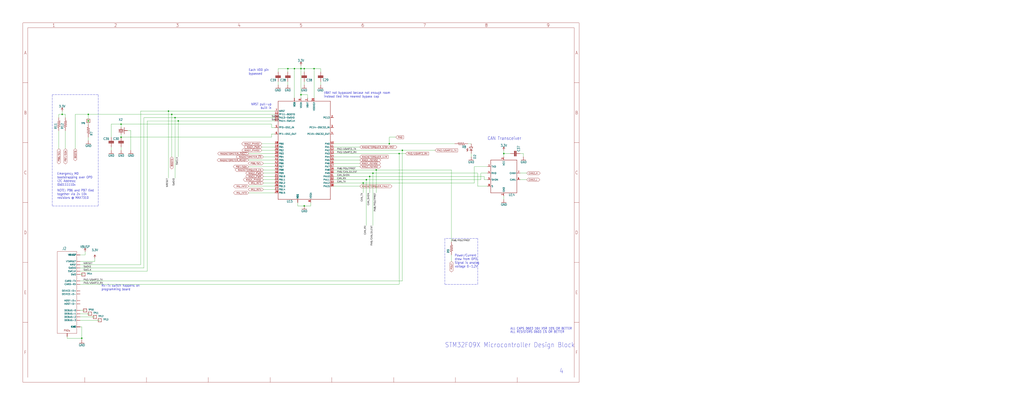
<source format=kicad_sch>
(kicad_sch (version 20211123) (generator eeschema)
  (paper "User" 795.02 318.11)
  (lib_symbols
    (symbol "oresat-acs-card-eagle-import:3.3V" (power)
      (property "Value" "3.3V" (at 0 2.794 0))
      (symbol "3.3V_1_0"
        (polyline (pts (xy 0 2.54) (xy -0.762 1.27)) (stroke (width 0.254)))
        (polyline (pts (xy 0.762 1.27) (xy 0 2.54)) (stroke (width 0.254)))
        (pin power_in line (at 0 0 90) (length 2.54) (name "3.3V") (number "1"))
      )
    )
    (symbol "oresat-acs-card-eagle-import:C-EU0603-C-NOSILK"
      (property "Reference" "C" (at 1.524 0.381 0))
      (property "Value" "C-EU0603-C-NOSILK" (at 1.524 -4.699 0))
      (symbol "C-EU0603-C-NOSILK_1_0"
        (rectangle (start -2.032 -2.032) (end 2.032 -1.524) (fill (type outline)))
        (rectangle (start -2.032 -1.016) (end 2.032 -0.508) (fill (type outline)))
        (polyline (pts (xy 0 -2.54) (xy 0 -2.032)) (stroke (width 0.1524)))
        (polyline (pts (xy 0 0) (xy 0 -0.508)) (stroke (width 0.1524)))
        (pin passive line (at 0 2.54 270) (length 2.54) (name "1") (number "1"))
        (pin passive line (at 0 -5.08 90) (length 2.54) (name "2") (number "2"))
      )
    )
    (symbol "oresat-acs-card-eagle-import:CRYSTAL-WITH-GND"
      (property "Reference" "X" (at 5.08 -2.54 0))
      (property "Value" "CRYSTAL-WITH-GND" (at 5.08 -5.08 0))
      (symbol "CRYSTAL-WITH-GND_1_0"
        (polyline (pts (xy -2.54 -2.54) (xy 2.54 -2.54)) (stroke (width 0.254)))
        (polyline (pts (xy -2.54 0) (xy -1.016 0)) (stroke (width 0.254)))
        (polyline (pts (xy -1.016 0) (xy -1.016 -1.778)) (stroke (width 0.254)))
        (polyline (pts (xy -1.016 1.778) (xy -1.016 0)) (stroke (width 0.254)))
        (polyline (pts (xy -0.381 -1.524) (xy 0.381 -1.524)) (stroke (width 0.254)))
        (polyline (pts (xy -0.381 1.524) (xy -0.381 -1.524)) (stroke (width 0.254)))
        (polyline (pts (xy 0.381 -1.524) (xy 0.381 1.524)) (stroke (width 0.254)))
        (polyline (pts (xy 0.381 1.524) (xy -0.381 1.524)) (stroke (width 0.254)))
        (polyline (pts (xy 1.016 0) (xy 1.016 -1.778)) (stroke (width 0.254)))
        (polyline (pts (xy 1.016 1.778) (xy 1.016 0)) (stroke (width 0.254)))
        (polyline (pts (xy 2.54 0) (xy 1.016 0)) (stroke (width 0.254)))
        (pin passive line (at -2.54 0 0) (length 0) (name "1") (number "1"))
        (pin power_in line (at 0 -5.08 90) (length 2.54) (name "SHIELD") (number "2"))
        (pin passive line (at 2.54 0 180) (length 0) (name "2") (number "3"))
        (pin power_in line (at 0 -5.08 90) (length 2.54) (name "SHIELD") (number "4"))
      )
    )
    (symbol "oresat-acs-card-eagle-import:FRAME_B_L"
      (symbol "FRAME_B_L_0_0"
        (polyline (pts (xy 0 46.5667) (xy 3.81 46.5667)))
        (polyline (pts (xy 0 93.1333) (xy 3.81 93.1333)))
        (polyline (pts (xy 0 139.7) (xy 3.81 139.7)))
        (polyline (pts (xy 0 186.2667) (xy 3.81 186.2667)))
        (polyline (pts (xy 0 232.8333) (xy 3.81 232.8333)))
        (polyline (pts (xy 3.81 3.81) (xy 3.81 275.59)))
        (polyline (pts (xy 47.9778 0) (xy 47.9778 3.81)))
        (polyline (pts (xy 95.9556 0) (xy 95.9556 3.81)))
        (polyline (pts (xy 143.9333 0) (xy 143.9333 3.81)))
        (polyline (pts (xy 191.9111 0) (xy 191.9111 3.81)))
        (polyline (pts (xy 239.8889 0) (xy 239.8889 3.81)))
        (polyline (pts (xy 287.8667 0) (xy 287.8667 3.81)))
        (polyline (pts (xy 335.8444 0) (xy 335.8444 3.81)))
        (polyline (pts (xy 383.8222 0) (xy 383.8222 3.81)))
        (polyline (pts (xy 427.99 3.81) (xy 427.99 275.59)))
        (polyline (pts (xy 427.99 46.5667) (xy 431.8 46.5667)))
        (polyline (pts (xy 427.99 93.1333) (xy 431.8 93.1333)))
        (polyline (pts (xy 427.99 139.7) (xy 431.8 139.7)))
        (polyline (pts (xy 427.99 186.2667) (xy 431.8 186.2667)))
        (polyline (pts (xy 427.99 232.8333) (xy 431.8 232.8333)))
        (polyline (pts (xy 427.99 275.59) (xy 3.81 275.59)))
        (polyline (pts (xy 0 0) (xy 431.8 0) (xy 431.8 279.4) (xy 0 279.4) (xy 0 0)))
        (text "1" (at 23.9889 277.495 0) (effects (font (size 2.54 2.286))))
        (text "2" (at 71.9667 277.495 0) (effects (font (size 2.54 2.286))))
        (text "3" (at 119.9444 277.495 0) (effects (font (size 2.54 2.286))))
        (text "4" (at 167.9222 277.495 0) (effects (font (size 2.54 2.286))))
        (text "5" (at 215.9 277.495 0) (effects (font (size 2.54 2.286))))
        (text "6" (at 263.8778 277.495 0) (effects (font (size 2.54 2.286))))
        (text "7" (at 311.8556 277.495 0) (effects (font (size 2.54 2.286))))
        (text "8" (at 359.8333 277.495 0) (effects (font (size 2.54 2.286))))
        (text "9" (at 407.8111 277.495 0) (effects (font (size 2.54 2.286))))
        (text "A" (at 1.905 256.1167 0) (effects (font (size 2.54 2.286))))
        (text "A" (at 429.895 256.1167 0) (effects (font (size 2.54 2.286))))
        (text "B" (at 1.905 209.55 0) (effects (font (size 2.54 2.286))))
        (text "B" (at 429.895 209.55 0) (effects (font (size 2.54 2.286))))
        (text "C" (at 1.905 162.9833 0) (effects (font (size 2.54 2.286))))
        (text "C" (at 429.895 162.9833 0) (effects (font (size 2.54 2.286))))
        (text "D" (at 1.905 116.4167 0) (effects (font (size 2.54 2.286))))
        (text "D" (at 429.895 116.4167 0) (effects (font (size 2.54 2.286))))
        (text "E" (at 1.905 69.85 0) (effects (font (size 2.54 2.286))))
        (text "E" (at 429.895 69.85 0) (effects (font (size 2.54 2.286))))
        (text "F" (at 1.905 23.2833 0) (effects (font (size 2.54 2.286))))
        (text "F" (at 429.895 23.2833 0) (effects (font (size 2.54 2.286))))
      )
      (symbol "FRAME_B_L_2_0"
        (polyline (pts (xy 0 0) (xy 0 5.08)) (stroke (width 0.1016)))
        (polyline (pts (xy 0 0) (xy 71.12 0)) (stroke (width 0.1016)))
        (polyline (pts (xy 0 5.08) (xy 0 15.24)) (stroke (width 0.1016)))
        (polyline (pts (xy 0 5.08) (xy 71.12 5.08)) (stroke (width 0.1016)))
        (polyline (pts (xy 0 15.24) (xy 0 22.86)) (stroke (width 0.1016)))
        (polyline (pts (xy 0 22.86) (xy 0 35.56)) (stroke (width 0.1016)))
        (polyline (pts (xy 0 22.86) (xy 101.6 22.86)) (stroke (width 0.1016)))
        (polyline (pts (xy 71.12 0) (xy 101.6 0)) (stroke (width 0.1016)))
        (polyline (pts (xy 71.12 5.08) (xy 71.12 0)) (stroke (width 0.1016)))
        (polyline (pts (xy 71.12 5.08) (xy 87.63 5.08)) (stroke (width 0.1016)))
        (polyline (pts (xy 87.63 5.08) (xy 101.6 5.08)) (stroke (width 0.1016)))
        (polyline (pts (xy 87.63 15.24) (xy 0 15.24)) (stroke (width 0.1016)))
        (polyline (pts (xy 87.63 15.24) (xy 87.63 5.08)) (stroke (width 0.1016)))
        (polyline (pts (xy 101.6 5.08) (xy 101.6 0)) (stroke (width 0.1016)))
        (polyline (pts (xy 101.6 15.24) (xy 87.63 15.24)) (stroke (width 0.1016)))
        (polyline (pts (xy 101.6 15.24) (xy 101.6 5.08)) (stroke (width 0.1016)))
        (polyline (pts (xy 101.6 22.86) (xy 101.6 15.24)) (stroke (width 0.1016)))
        (polyline (pts (xy 101.6 35.56) (xy 0 35.56)) (stroke (width 0.1016)))
        (polyline (pts (xy 101.6 35.56) (xy 101.6 22.86)) (stroke (width 0.1016)))
        (text ">DRAWING_NAME" (at 17.78 19.05 0) (effects (font (size 2.54 2.159)) (justify left bottom)))
        (text ">LAST_DATE_TIME" (at 12.7 1.27 0) (effects (font (size 2.54 2.159)) (justify left bottom)))
        (text ">SHEET" (at 86.36 1.27 0) (effects (font (size 2.54 2.159)) (justify left bottom)))
        (text "Date:" (at 1.27 1.27 0) (effects (font (size 2.54 2.159)) (justify left bottom)))
        (text "Document Number:" (at 1.27 11.43 0) (effects (font (size 2.54 2.159)) (justify left bottom)))
        (text "REV:" (at 88.9 11.43 0) (effects (font (size 2.54 2.159)) (justify left bottom)))
        (text "Sheet:" (at 72.39 1.27 0) (effects (font (size 2.54 2.159)) (justify left bottom)))
        (text "TITLE:" (at 1.27 19.05 0) (effects (font (size 2.54 2.159)) (justify left bottom)))
      )
    )
    (symbol "oresat-acs-card-eagle-import:GND" (power)
      (property "Value" "GND" (at -2.54 -2.54 0))
      (symbol "GND_1_0"
        (polyline (pts (xy -1.905 0) (xy 1.905 0)) (stroke (width 0.254)))
        (pin power_in line (at 0 2.54 270) (length 2.54) (name "GND") (number "1"))
      )
    )
    (symbol "oresat-acs-card-eagle-import:LED-GREEN0603"
      (property "Reference" "D" (at -3.429 -4.572 90))
      (property "Value" "LED-GREEN0603" (at 1.905 -4.572 90))
      (symbol "LED-GREEN0603_1_0"
        (polyline (pts (xy -2.032 -0.762) (xy -3.429 -2.159)) (stroke (width 0.1524)))
        (polyline (pts (xy -1.905 -1.905) (xy -3.302 -3.302)) (stroke (width 0.1524)))
        (polyline (pts (xy 0 -2.54) (xy -1.27 -2.54)) (stroke (width 0.254)))
        (polyline (pts (xy 0 -2.54) (xy -1.27 0)) (stroke (width 0.254)))
        (polyline (pts (xy 1.27 -2.54) (xy 0 -2.54)) (stroke (width 0.254)))
        (polyline (pts (xy 1.27 0) (xy -1.27 0)) (stroke (width 0.254)))
        (polyline (pts (xy 1.27 0) (xy 0 -2.54)) (stroke (width 0.254)))
        (polyline (pts (xy -3.429 -2.159) (xy -3.048 -1.27) (xy -2.54 -1.778)) (fill (type outline)))
        (polyline (pts (xy -3.302 -3.302) (xy -2.921 -2.413) (xy -2.413 -2.921)) (fill (type outline)))
        (pin passive line (at 0 2.54 270) (length 2.54) (name "A") (number "A"))
        (pin passive line (at 0 -5.08 90) (length 2.54) (name "C") (number "C"))
      )
    )
    (symbol "oresat-acs-card-eagle-import:ORESAT-DEBUG-CONNECTOR-SOLAR"
      (property "Reference" "J" (at -2.54 31.75 0))
      (symbol "ORESAT-DEBUG-CONNECTOR-SOLAR_1_0"
        (polyline (pts (xy -6.35 -33.02) (xy 8.89 -33.02)) (stroke (width 0.1524)))
        (polyline (pts (xy -6.35 30.48) (xy -6.35 -33.02)) (stroke (width 0.1524)))
        (polyline (pts (xy 8.89 -33.02) (xy 8.89 30.48)) (stroke (width 0.1524)))
        (polyline (pts (xy 8.89 30.48) (xy -6.35 30.48)) (stroke (width 0.1524)))
        (text "PADs" (at -1.27 -31.75 0) (effects (font (size 1.524 1.2954)) (justify left bottom)))
        (pin passive line (at 11.43 27.94 180) (length 2.54) (name "VBUSP") (number "1"))
        (pin passive line (at 11.43 20.32 180) (length 2.54) (name "NRST") (number "10"))
        (pin passive line (at 11.43 22.86 180) (length 2.54) (name "VTARGET") (number "11"))
        (pin passive line (at 11.43 5.08 180) (length 2.54) (name "CARD-RX") (number "12"))
        (pin passive line (at 11.43 7.62 180) (length 2.54) (name "CARD-TX") (number "13"))
        (pin passive line (at 11.43 17.78 180) (length 2.54) (name "SWDIO") (number "14"))
        (pin passive line (at 11.43 15.24 180) (length 2.54) (name "SWCLK") (number "15"))
        (pin passive line (at 11.43 12.7 180) (length 2.54) (name "SWO") (number "16"))
        (pin passive line (at 11.43 -15.24 180) (length 2.54) (name "DEBUG-0") (number "17"))
        (pin passive line (at 11.43 -17.78 180) (length 2.54) (name "DEBUG-1") (number "18"))
        (pin passive line (at 11.43 -20.32 180) (length 2.54) (name "DEBUG-2") (number "19"))
        (pin passive line (at 11.43 27.94 180) (length 2.54) (name "VBUSP") (number "2"))
        (pin passive line (at 11.43 -22.86 180) (length 2.54) (name "DEBUG-3") (number "20"))
        (pin passive line (at 11.43 -27.94 180) (length 2.54) (name "GND") (number "3"))
        (pin passive line (at 11.43 0 180) (length 2.54) (name "DEVICE-D+") (number "4"))
        (pin passive line (at 11.43 -2.54 180) (length 2.54) (name "DEVICE-D-") (number "5"))
        (pin passive line (at 11.43 -27.94 180) (length 2.54) (name "GND") (number "6"))
        (pin passive line (at 11.43 -7.62 180) (length 2.54) (name "HOST-D+") (number "7"))
        (pin passive line (at 11.43 -10.16 180) (length 2.54) (name "HOST-D-") (number "8"))
        (pin passive line (at 11.43 -27.94 180) (length 2.54) (name "GND") (number "9"))
        (pin bidirectional line (at 1.27 -35.56 90) (length 2.54) (name "PAD") (number "PAD1"))
        (pin bidirectional line (at 1.27 -35.56 90) (length 2.54) (name "PAD") (number "PAD2"))
      )
    )
    (symbol "oresat-acs-card-eagle-import:R-US_0603-C-NOSILK"
      (property "Reference" "R" (at -3.81 1.4986 0))
      (property "Value" "R-US_0603-C-NOSILK" (at -3.81 -3.302 0))
      (symbol "R-US_0603-C-NOSILK_1_0"
        (polyline (pts (xy -2.54 0) (xy -2.159 1.016)) (stroke (width 0.2032)))
        (polyline (pts (xy -2.159 1.016) (xy -1.524 -1.016)) (stroke (width 0.2032)))
        (polyline (pts (xy -1.524 -1.016) (xy -0.889 1.016)) (stroke (width 0.2032)))
        (polyline (pts (xy -0.889 1.016) (xy -0.254 -1.016)) (stroke (width 0.2032)))
        (polyline (pts (xy -0.254 -1.016) (xy 0.381 1.016)) (stroke (width 0.2032)))
        (polyline (pts (xy 0.381 1.016) (xy 1.016 -1.016)) (stroke (width 0.2032)))
        (polyline (pts (xy 1.016 -1.016) (xy 1.651 1.016)) (stroke (width 0.2032)))
        (polyline (pts (xy 1.651 1.016) (xy 2.286 -1.016)) (stroke (width 0.2032)))
        (polyline (pts (xy 2.286 -1.016) (xy 2.54 0)) (stroke (width 0.2032)))
        (pin passive line (at -5.08 0 0) (length 2.54) (name "1") (number "1"))
        (pin passive line (at 5.08 0 180) (length 2.54) (name "2") (number "2"))
      )
    )
    (symbol "oresat-acs-card-eagle-import:STM32F091C"
      (property "Value" "STM32F091C" (at -20.32 40.64 0))
      (symbol "STM32F091C_1_0"
        (polyline (pts (xy -20.32 -38.1) (xy -20.32 38.1)) (stroke (width 0.254)))
        (polyline (pts (xy -20.32 38.1) (xy 20.32 38.1)) (stroke (width 0.254)))
        (polyline (pts (xy 20.32 -38.1) (xy -20.32 -38.1)) (stroke (width 0.254)))
        (polyline (pts (xy 20.32 38.1) (xy 20.32 -38.1)) (stroke (width 0.254)))
        (pin power_in line (at -2.54 40.64 270) (length 2.54) (name "VBAT") (number "1"))
        (pin bidirectional line (at -22.86 5.08 0) (length 2.54) (name "PA0") (number "10"))
        (pin bidirectional line (at -22.86 2.54 0) (length 2.54) (name "PA1") (number "11"))
        (pin bidirectional line (at -22.86 0 0) (length 2.54) (name "PA2") (number "12"))
        (pin bidirectional line (at -22.86 -2.54 0) (length 2.54) (name "PA3") (number "13"))
        (pin bidirectional line (at -22.86 -5.08 0) (length 2.54) (name "PA4") (number "14"))
        (pin bidirectional line (at -22.86 -7.62 0) (length 2.54) (name "PA5") (number "15"))
        (pin bidirectional line (at -22.86 -10.16 0) (length 2.54) (name "PA6") (number "16"))
        (pin bidirectional line (at -22.86 -12.7 0) (length 2.54) (name "PA7") (number "17"))
        (pin bidirectional line (at 22.86 5.08 180) (length 2.54) (name "PB0") (number "18"))
        (pin bidirectional line (at 22.86 2.54 180) (length 2.54) (name "PB1") (number "19"))
        (pin bidirectional line (at -22.86 25.4 0) (length 2.54) (name "PC13") (number "2"))
        (pin bidirectional line (at 22.86 0 180) (length 2.54) (name "PB2") (number "20"))
        (pin bidirectional line (at 22.86 -20.32 180) (length 2.54) (name "PB10") (number "21"))
        (pin bidirectional line (at 22.86 -22.86 180) (length 2.54) (name "PB11") (number "22"))
        (pin power_in line (at 5.08 -40.64 90) (length 2.54) (name "VSS") (number "23"))
        (pin power_in line (at 7.62 40.64 270) (length 2.54) (name "VDD") (number "24"))
        (pin bidirectional line (at 22.86 -25.4 180) (length 2.54) (name "PB12") (number "25"))
        (pin bidirectional line (at 22.86 -27.94 180) (length 2.54) (name "PB13") (number "26"))
        (pin bidirectional line (at 22.86 -30.48 180) (length 2.54) (name "PB14") (number "27"))
        (pin bidirectional line (at 22.86 -33.02 180) (length 2.54) (name "PB15") (number "28"))
        (pin bidirectional line (at -22.86 -15.24 0) (length 2.54) (name "PA8") (number "29"))
        (pin bidirectional line (at -22.86 17.78 0) (length 2.54) (name "PC14-OSC32_IN") (number "3"))
        (pin bidirectional line (at -22.86 -17.78 0) (length 2.54) (name "PA9") (number "30"))
        (pin bidirectional line (at -22.86 -20.32 0) (length 2.54) (name "PA10") (number "31"))
        (pin bidirectional line (at -22.86 -22.86 0) (length 2.54) (name "PA11") (number "32"))
        (pin bidirectional line (at -22.86 -25.4 0) (length 2.54) (name "PA12") (number "33"))
        (pin bidirectional line (at 22.86 25.4 180) (length 2.54) (name "PA13-SWDIO") (number "34"))
        (pin power_in line (at 5.08 -40.64 90) (length 2.54) (name "VSS") (number "35"))
        (pin power_in line (at -7.62 40.64 270) (length 2.54) (name "VDDIO2") (number "36"))
        (pin bidirectional line (at 22.86 22.86 180) (length 2.54) (name "PA14-SWCLK") (number "37"))
        (pin bidirectional line (at -22.86 -27.94 0) (length 2.54) (name "PA15") (number "38"))
        (pin bidirectional line (at 22.86 -2.54 180) (length 2.54) (name "PB3") (number "39"))
        (pin bidirectional line (at -22.86 12.7 0) (length 2.54) (name "PC15-OSC32_OUT") (number "4"))
        (pin bidirectional line (at 22.86 -5.08 180) (length 2.54) (name "PB4") (number "40"))
        (pin bidirectional line (at 22.86 -7.62 180) (length 2.54) (name "PB5") (number "41"))
        (pin bidirectional line (at 22.86 -10.16 180) (length 2.54) (name "PB6") (number "42"))
        (pin bidirectional line (at 22.86 -12.7 180) (length 2.54) (name "PB7") (number "43"))
        (pin bidirectional line (at 22.86 27.94 180) (length 2.54) (name "PF11-BOOT0") (number "44"))
        (pin bidirectional line (at 22.86 -15.24 180) (length 2.54) (name "PB8") (number "45"))
        (pin bidirectional line (at 22.86 -17.78 180) (length 2.54) (name "PB9") (number "46"))
        (pin power_in line (at 5.08 -40.64 90) (length 2.54) (name "VSS") (number "47"))
        (pin power_in line (at 7.62 40.64 270) (length 2.54) (name "VDD") (number "48"))
        (pin bidirectional line (at 22.86 17.78 180) (length 2.54) (name "PF0-OSC_IN") (number "5"))
        (pin bidirectional line (at 22.86 12.7 180) (length 2.54) (name "PF1-OSC_OUT") (number "6"))
        (pin bidirectional line (at 22.86 30.48 180) (length 2.54) (name "NRST") (number "7"))
        (pin power_in line (at -5.08 -40.64 90) (length 2.54) (name "VSSA") (number "8"))
        (pin power_in line (at 2.54 40.64 270) (length 2.54) (name "VDDA") (number "9"))
      )
    )
    (symbol "oresat-acs-card-eagle-import:TCAN330"
      (property "Reference" "U" (at 7.62 -17.78 0))
      (property "Value" "TCAN330" (at 7.62 -20.32 0))
      (symbol "TCAN330_1_0"
        (polyline (pts (xy -10.16 -12.7) (xy 10.16 -12.7)) (stroke (width 0.254)))
        (polyline (pts (xy -10.16 12.7) (xy -10.16 -12.7)) (stroke (width 0.254)))
        (polyline (pts (xy 10.16 -12.7) (xy 10.16 12.7)) (stroke (width 0.254)))
        (polyline (pts (xy 10.16 12.7) (xy -10.16 12.7)) (stroke (width 0.254)))
        (pin input line (at -12.7 7.62 0) (length 2.54) (name "TXD") (number "1"))
        (pin power_in line (at 0 -15.24 90) (length 2.54) (name "GND") (number "2"))
        (pin power_in line (at 0 15.24 270) (length 2.54) (name "VCC") (number "3"))
        (pin output line (at -12.7 2.54 0) (length 2.54) (name "RXD") (number "4"))
        (pin input line (at -12.7 -2.54 0) (length 2.54) (name "SHDN") (number "5"))
        (pin bidirectional line (at 12.7 -2.54 180) (length 2.54) (name "CANL") (number "6"))
        (pin bidirectional line (at 12.7 2.54 180) (length 2.54) (name "CANH") (number "7"))
        (pin input line (at -12.7 -7.62 0) (length 2.54) (name "S") (number "8"))
      )
    )
    (symbol "oresat-acs-card-eagle-import:TEST-POINT-LARGE-SQUARE"
      (property "Reference" "TP" (at -2.54 2.54 0))
      (symbol "TEST-POINT-LARGE-SQUARE_1_0"
        (polyline (pts (xy -1.27 -1.27) (xy -1.27 1.27)) (stroke (width 0.254)))
        (polyline (pts (xy -1.27 1.27) (xy 1.27 1.27)) (stroke (width 0.254)))
        (polyline (pts (xy 1.27 -1.27) (xy -1.27 -1.27)) (stroke (width 0.254)))
        (polyline (pts (xy 1.27 1.27) (xy 1.27 -1.27)) (stroke (width 0.254)))
        (pin passive line (at 0 0 0) (length 0) (name "1") (number "1"))
      )
    )
    (symbol "oresat-acs-card-eagle-import:VBUSP" (power)
      (property "Value" "VBUSP" (at 0 2.794 0))
      (symbol "VBUSP_1_0"
        (polyline (pts (xy 0 2.54) (xy -0.762 1.27)) (stroke (width 0.254)))
        (polyline (pts (xy 0.762 1.27) (xy 0 2.54)) (stroke (width 0.254)))
        (pin power_in line (at 0 0 90) (length 2.54) (name "VBUSP") (number "1"))
      )
    )
  )
  (junction (at 68.58 93.98))
  (junction (at 243.84 53.34))
  (junction (at 228.6 53.34))
  (junction (at 309.88 119.38))
  (junction (at 48.26 88.9))
  (junction (at 63.5 262.89))
  (junction (at 302.26 111.76))
  (junction (at 281.94 142.24))
  (junction (at 233.68 73.66))
  (junction (at 133.35 88.9))
  (junction (at 287.02 137.16))
  (junction (at 138.43 93.98))
  (junction (at 284.48 139.7))
  (junction (at 223.52 53.34))
  (junction (at 391.16 119.38))
  (junction (at 236.22 160.02))
  (junction (at 236.22 53.34))
  (junction (at 93.98 106.68))
  (junction (at 135.89 91.44))
  (junction (at 68.58 88.9))
  (junction (at 233.68 53.34))
  (junction (at 312.42 116.84))
  (junction (at 130.81 86.36))
  (junction (at 289.56 134.62))
  (junction (at 292.1 132.08))
  (junction (at 93.98 96.52))
  (wire (pts (xy 86.36 116.84) (xy 86.36 114.3)))
  (wire (pts (xy 259.08 119.38) (xy 309.88 119.38)))
  (wire (pts (xy 236.22 53.34) (xy 233.68 53.34)))
  (wire (pts (xy 66.04 198.12) (xy 66.04 195.58)))
  (wire (pts (xy 52.07 261.62) (xy 52.07 262.89)))
  (wire (pts (xy 223.52 55.88) (xy 223.52 53.34)))
  (wire (pts (xy 114.3 210.82) (xy 114.3 93.98)))
  (wire (pts (xy 114.3 93.98) (xy 138.43 93.98)))
  (wire (pts (xy 215.9 55.88) (xy 215.9 53.34)))
  (wire (pts (xy 368.3 129.54) (xy 368.3 142.24)))
  (wire (pts (xy 350.52 198.12) (xy 350.52 203.2)))
  (wire (pts (xy 58.42 88.9) (xy 58.42 115.57)))
  (wire (pts (xy 312.42 116.84) (xy 337.82 116.84)))
  (wire (pts (xy 259.08 114.3) (xy 279.4 114.3)))
  (wire (pts (xy 48.26 88.9) (xy 50.8 88.9)))
  (wire (pts (xy 309.88 119.38) (xy 309.88 220.98)))
  (wire (pts (xy 302.26 106.68) (xy 307.34 106.68)))
  (wire (pts (xy 309.88 119.38) (xy 314.96 119.38)))
  (wire (pts (xy 292.1 132.08) (xy 292.1 149.86)))
  (wire (pts (xy 284.48 139.7) (xy 284.48 175.26)))
  (wire (pts (xy 62.23 254) (xy 63.5 254)))
  (wire (pts (xy 373.38 139.7) (xy 284.48 139.7)))
  (wire (pts (xy 93.98 106.68) (xy 93.98 104.14)))
  (wire (pts (xy 238.76 73.66) (xy 233.68 73.66)))
  (wire (pts (xy 231.14 160.02) (xy 231.14 157.48)))
  (wire (pts (xy 375.92 139.7) (xy 375.92 137.16)))
  (wire (pts (xy 391.16 154.94) (xy 391.16 152.4)))
  (wire (pts (xy 50.8 115.57) (xy 50.8 101.6)))
  (wire (pts (xy 69.85 243.84) (xy 62.23 243.84)))
  (wire (pts (xy 111.76 208.28) (xy 111.76 91.44)))
  (wire (pts (xy 233.68 76.2) (xy 233.68 73.66)))
  (wire (pts (xy 391.16 119.38) (xy 396.24 119.38)))
  (wire (pts (xy 373.38 134.62) (xy 373.38 139.7)))
  (wire (pts (xy 281.94 142.24) (xy 281.94 149.86)))
  (wire (pts (xy 93.98 96.52) (xy 93.98 99.06)))
  (wire (pts (xy 259.08 111.76) (xy 302.26 111.76)))
  (wire (pts (xy 130.81 86.36) (xy 213.36 86.36)))
  (wire (pts (xy 248.92 66.04) (xy 248.92 63.5)))
  (wire (pts (xy 213.36 119.38) (xy 193.04 119.38)))
  (wire (pts (xy 101.6 101.6) (xy 99.06 101.6)))
  (wire (pts (xy 45.72 88.9) (xy 48.26 88.9)))
  (wire (pts (xy 236.22 55.88) (xy 236.22 53.34)))
  (wire (pts (xy 243.84 53.34) (xy 236.22 53.34)))
  (wire (pts (xy 213.36 142.24) (xy 204.47 142.24)))
  (wire (pts (xy 213.36 149.86) (xy 193.04 149.86)))
  (wire (pts (xy 133.35 88.9) (xy 68.58 88.9)))
  (wire (pts (xy 210.82 99.06) (xy 210.82 96.52)))
  (wire (pts (xy 52.07 262.89) (xy 63.5 262.89)))
  (wire (pts (xy 236.22 63.5) (xy 236.22 66.04)))
  (wire (pts (xy 213.36 88.9) (xy 133.35 88.9)))
  (wire (pts (xy 204.47 134.62) (xy 213.36 134.62)))
  (wire (pts (xy 68.58 93.98) (xy 68.58 88.9)))
  (wire (pts (xy 62.23 205.74) (xy 109.22 205.74)))
  (wire (pts (xy 68.58 88.9) (xy 58.42 88.9)))
  (wire (pts (xy 130.81 86.36) (xy 130.81 138.43)))
  (polyline (pts (xy 345.44 185.42) (xy 345.44 220.98)))
  (wire (pts (xy 248.92 53.34) (xy 248.92 55.88)))
  (wire (pts (xy 138.43 93.98) (xy 138.43 121.92)))
  (polyline (pts (xy 76.2 73.66) (xy 40.64 73.66)))
  (wire (pts (xy 406.4 119.38) (xy 406.4 121.92)))
  (wire (pts (xy 62.23 241.3) (xy 66.04 241.3)))
  (wire (pts (xy 213.36 127) (xy 204.47 127)))
  (wire (pts (xy 109.22 86.36) (xy 130.81 86.36)))
  (wire (pts (xy 243.84 53.34) (xy 248.92 53.34)))
  (wire (pts (xy 365.76 119.38) (xy 365.76 121.92)))
  (wire (pts (xy 259.08 124.46) (xy 279.4 124.46)))
  (wire (pts (xy 236.22 160.02) (xy 241.3 160.02)))
  (wire (pts (xy 86.36 106.68) (xy 86.36 96.52)))
  (wire (pts (xy 259.08 121.92) (xy 279.4 121.92)))
  (wire (pts (xy 213.36 124.46) (xy 193.04 124.46)))
  (wire (pts (xy 62.23 246.38) (xy 73.66 246.38)))
  (wire (pts (xy 135.89 91.44) (xy 135.89 138.43)))
  (wire (pts (xy 73.66 203.2) (xy 73.66 200.66)))
  (wire (pts (xy 312.42 116.84) (xy 312.42 218.44)))
  (wire (pts (xy 238.76 76.2) (xy 238.76 73.66)))
  (polyline (pts (xy 40.64 160.02) (xy 76.2 160.02)))
  (wire (pts (xy 203.2 114.3) (xy 213.36 114.3)))
  (wire (pts (xy 363.22 111.76) (xy 365.76 111.76)))
  (wire (pts (xy 213.36 129.54) (xy 193.04 129.54)))
  (polyline (pts (xy 40.64 73.66) (xy 40.64 160.02)))
  (wire (pts (xy 93.98 116.84) (xy 93.98 114.3)))
  (wire (pts (xy 213.36 99.06) (xy 210.82 99.06)))
  (wire (pts (xy 204.47 132.08) (xy 213.36 132.08)))
  (wire (pts (xy 50.8 88.9) (xy 50.8 91.44)))
  (wire (pts (xy 203.2 116.84) (xy 213.36 116.84)))
  (wire (pts (xy 289.56 134.62) (xy 370.84 134.62)))
  (wire (pts (xy 375.92 137.16) (xy 287.02 137.16)))
  (wire (pts (xy 284.48 139.7) (xy 259.08 139.7)))
  (polyline (pts (xy 370.84 185.42) (xy 345.44 185.42)))
  (wire (pts (xy 233.68 53.34) (xy 233.68 50.8)))
  (wire (pts (xy 204.47 137.16) (xy 213.36 137.16)))
  (wire (pts (xy 62.23 203.2) (xy 73.66 203.2)))
  (wire (pts (xy 204.47 139.7) (xy 213.36 139.7)))
  (wire (pts (xy 109.22 86.36) (xy 109.22 205.74)))
  (wire (pts (xy 236.22 160.02) (xy 231.14 160.02)))
  (wire (pts (xy 77.47 248.92) (xy 62.23 248.92)))
  (wire (pts (xy 213.36 104.14) (xy 210.82 104.14)))
  (wire (pts (xy 45.72 91.44) (xy 45.72 88.9)))
  (wire (pts (xy 403.86 139.7) (xy 408.94 139.7)))
  (wire (pts (xy 391.16 121.92) (xy 391.16 119.38)))
  (wire (pts (xy 133.35 88.9) (xy 133.35 121.92)))
  (wire (pts (xy 289.56 134.62) (xy 289.56 175.26)))
  (wire (pts (xy 114.3 210.82) (xy 62.23 210.82)))
  (wire (pts (xy 213.36 147.32) (xy 204.47 147.32)))
  (wire (pts (xy 259.08 116.84) (xy 312.42 116.84)))
  (wire (pts (xy 135.89 91.44) (xy 213.36 91.44)))
  (wire (pts (xy 287.02 137.16) (xy 287.02 149.86)))
  (wire (pts (xy 350.52 187.96) (xy 350.52 132.08)))
  (wire (pts (xy 281.94 142.24) (xy 368.3 142.24)))
  (wire (pts (xy 391.16 119.38) (xy 391.16 116.84)))
  (wire (pts (xy 203.2 111.76) (xy 213.36 111.76)))
  (polyline (pts (xy 370.84 220.98) (xy 370.84 185.42)))
  (wire (pts (xy 68.58 96.52) (xy 68.58 93.98)))
  (wire (pts (xy 111.76 208.28) (xy 62.23 208.28)))
  (wire (pts (xy 309.88 220.98) (xy 62.23 220.98)))
  (wire (pts (xy 63.5 262.89) (xy 63.5 264.16)))
  (wire (pts (xy 302.26 111.76) (xy 353.06 111.76)))
  (wire (pts (xy 259.08 127) (xy 279.4 127)))
  (wire (pts (xy 62.23 198.12) (xy 66.04 198.12)))
  (wire (pts (xy 228.6 76.2) (xy 228.6 53.34)))
  (wire (pts (xy 259.08 129.54) (xy 279.4 129.54)))
  (wire (pts (xy 243.84 53.34) (xy 243.84 76.2)))
  (wire (pts (xy 241.3 160.02) (xy 241.3 157.48)))
  (wire (pts (xy 292.1 132.08) (xy 259.08 132.08)))
  (wire (pts (xy 215.9 53.34) (xy 223.52 53.34)))
  (wire (pts (xy 111.76 91.44) (xy 135.89 91.44)))
  (wire (pts (xy 213.36 144.78) (xy 193.04 144.78)))
  (wire (pts (xy 312.42 218.44) (xy 62.23 218.44)))
  (wire (pts (xy 350.52 132.08) (xy 292.1 132.08)))
  (wire (pts (xy 210.82 106.68) (xy 93.98 106.68)))
  (wire (pts (xy 370.84 134.62) (xy 370.84 144.78)))
  (wire (pts (xy 210.82 104.14) (xy 210.82 106.68)))
  (wire (pts (xy 138.43 93.98) (xy 213.36 93.98)))
  (wire (pts (xy 215.9 63.5) (xy 215.9 66.04)))
  (wire (pts (xy 370.84 144.78) (xy 378.46 144.78)))
  (wire (pts (xy 64.77 213.36) (xy 62.23 213.36)))
  (wire (pts (xy 403.86 134.62) (xy 408.94 134.62)))
  (polyline (pts (xy 76.2 160.02) (xy 76.2 73.66)))
  (wire (pts (xy 259.08 144.78) (xy 279.4 144.78)))
  (wire (pts (xy 378.46 134.62) (xy 373.38 134.62)))
  (wire (pts (xy 101.6 116.84) (xy 101.6 101.6)))
  (wire (pts (xy 68.58 106.68) (xy 68.58 109.22)))
  (wire (pts (xy 45.72 115.57) (xy 45.72 101.6)))
  (wire (pts (xy 378.46 129.54) (xy 368.3 129.54)))
  (polyline (pts (xy 345.44 220.98) (xy 370.84 220.98)))
  (wire (pts (xy 233.68 73.66) (xy 233.68 53.34)))
  (wire (pts (xy 223.52 53.34) (xy 228.6 53.34)))
  (wire (pts (xy 259.08 134.62) (xy 289.56 134.62)))
  (wire (pts (xy 48.26 88.9) (xy 48.26 86.36)))
  (wire (pts (xy 63.5 254) (xy 63.5 262.89)))
  (wire (pts (xy 302.26 111.76) (xy 302.26 106.68)))
  (wire (pts (xy 86.36 96.52) (xy 93.98 96.52)))
  (wire (pts (xy 378.46 139.7) (xy 375.92 139.7)))
  (wire (pts (xy 210.82 96.52) (xy 93.98 96.52)))
  (wire (pts (xy 259.08 142.24) (xy 281.94 142.24)))
  (wire (pts (xy 403.86 119.38) (xy 406.4 119.38)))
  (wire (pts (xy 228.6 53.34) (xy 233.68 53.34)))
  (wire (pts (xy 213.36 121.92) (xy 204.47 121.92)))
  (wire (pts (xy 223.52 66.04) (xy 223.52 63.5)))
  (wire (pts (xy 287.02 137.16) (xy 259.08 137.16)))
  (text "NOTE: PB6 and PB7 tied\ntogether via 2x 10k\nresistors @ MAX7310~{}" (at 44.45 154.94 0) (effects (font (size 1.778 1.5113)) (justify left bottom)))
  (text "Emergency M0\nbootstrapping over OPD\nI2C Address:\n0b0111110x" (at 44.45 144.78 0) (effects (font (size 1.778 1.5113)) (justify left bottom)))
  (text "ALL CAPS 0603 16V X5R 10% OR BETTER" (at 396.24 256.54 180) (effects (font (size 1.778 1.5113)) (justify left bottom)))
  (text "NRST pull-up\nbuilt in" (at 210.82 85.09 180) (effects (font (size 1.778 1.5113)) (justify right bottom)))
  (text "Power/Current\ndraw from OPD.\nSignal is analog\nvoltage 0-1.2V" (at 353.06 208.28 0) (effects (font (size 1.778 1.5113)) (justify left bottom)))
  (text "VBAT not bypassed becase not enough room\ninstead tied into nearest bypass cap" (at 251.46 76.2 0) (effects (font (size 1.778 1.5113)) (justify left bottom)))
  (text "Rx-Tx switch happens on\nprogramming board" (at 78.74 226.06 180) (effects (font (size 1.778 1.5113)) (justify left bottom)))
  (text "CAN Transceiver" (at 378.46 109.22 180) (effects (font (size 2.54 2.159)) (justify left bottom)))
  (text "ALL RESISTORS 0603 1% OR BETTER" (at 396.24 259.08 180) (effects (font (size 1.778 1.5113)) (justify left bottom)))
  (text "STM32F09X Microcontroller Design Block" (at 345.44 270.51 180) (effects (font (size 3.81 3.2385)) (justify left bottom)))
  (text "4" (at 434.34 290.83 180) (effects (font (size 3.81 3.2385)) (justify left bottom)))
  (text "Each VDD pin\nbypassed" (at 193.04 58.42 180) (effects (font (size 1.778 1.5113)) (justify left bottom)))
  (label "PA9/CAN_SILENT" (at 289.56 175.26 270) (effects (font (size 1.2446 1.2446))))
  (label "PA8/POUTPROT" (at 292.1 149.86 270) (effects (font (size 1.2446 1.2446))))
  (label "PA2/USART2_TX" (at 261.62 116.84 0) (effects (font (size 1.2446 1.2446))))
  (label "NRESET" (at 64.77 205.74 0) (effects (font (size 1.2446 1.2446))))
  (label "NRESET" (at 130.81 138.43 270) (effects (font (size 1.2446 1.2446))))
  (label "SWDIO" (at 135.89 138.43 270) (effects (font (size 1.2446 1.2446))))
  (label "SWDIO" (at 210.82 91.44 0) (effects (font (size 1.2446 1.2446))))
  (label "CAN_SHDN" (at 261.62 137.16 0) (effects (font (size 1.2446 1.2446))))
  (label "PA9/CAN_SILENT" (at 261.62 134.62 0) (effects (font (size 1.2446 1.2446))))
  (label "SWCLK" (at 138.43 121.92 270) (effects (font (size 1.2446 1.2446))))
  (label "PA3/USART2_RX" (at 261.62 119.38 0) (effects (font (size 1.2446 1.2446))))
  (label "SWCLK" (at 64.77 210.82 0) (effects (font (size 1.2446 1.2446))))
  (label "SWCLK" (at 210.82 93.98 0) (effects (font (size 1.2446 1.2446))))
  (label "SWDIO" (at 64.77 208.28 0) (effects (font (size 1.2446 1.2446))))
  (label "CAN_SHDN" (at 287.02 149.86 270) (effects (font (size 1.2446 1.2446))))
  (label "CAN_TX" (at 281.94 149.86 270) (effects (font (size 1.2446 1.2446))))
  (label "CAN_RX" (at 261.62 139.7 0) (effects (font (size 1.2446 1.2446))))
  (label "PA8/POUTPROT" (at 350.52 187.96 0) (effects (font (size 1.2446 1.2446))))
  (label "CAN_TX" (at 261.62 142.24 0) (effects (font (size 1.2446 1.2446))))
  (label "PA3/USART2_RX" (at 64.77 220.98 0) (effects (font (size 1.2446 1.2446))))
  (label "CAN_RX" (at 284.48 175.26 270) (effects (font (size 1.2446 1.2446))))
  (label "PA2/USART2_TX" (at 64.77 218.44 0) (effects (font (size 1.2446 1.2446))))
  (label "PA8/POUTPROT" (at 261.62 132.08 0) (effects (font (size 1.2446 1.2446))))
  (global_label "MAGX_PWM" (shape bidirectional) (at 204.47 137.16 180) (property "Intersheet References" "${INTERSHEET_REFS}" (effects hide)))
  (global_label "MAGNETOMETER_READY" (shape bidirectional) (at 193.04 124.46 180) (effects (font (size 1.2446 1.2446))) (property "Intersheet References" "${INTERSHEET_REFS}" (effects hide)))
  (global_label "PA0" (shape input) (at 307.34 106.68 0) (property "Intersheet References" "${INTERSHEET_REFS}" (effects hide)))
  (global_label "MAGX_ISENSE" (shape bidirectional) (at 279.4 124.46 0) (property "Intersheet References" "${INTERSHEET_REFS}" (effects hide)))
  (global_label "IMU_INT3" (shape bidirectional) (at 193.04 149.86 180) (effects (font (size 1.2446 1.2446))) (property "Intersheet References" "${INTERSHEET_REFS}" (effects hide)))
  (global_label "MAGX_PHASE" (shape bidirectional) (at 204.47 139.7 180) (property "Intersheet References" "${INTERSHEET_REFS}" (effects hide)))
  (global_label "MAGY_PWM" (shape bidirectional) (at 203.2 114.3 180) (property "Intersheet References" "${INTERSHEET_REFS}" (effects hide)))
  (global_label "CAN2_L" (shape bidirectional) (at 408.94 139.7 0) (effects (font (size 1.2446 1.2446))) (property "Intersheet References" "${INTERSHEET_REFS}" (effects hide)))
  (global_label "IMU_INT1" (shape bidirectional) (at 204.47 142.24 180) (effects (font (size 1.2446 1.2446))) (property "Intersheet References" "${INTERSHEET_REFS}" (effects hide)))
  (global_label "IMU_INT4" (shape bidirectional) (at 204.47 147.32 180) (effects (font (size 1.2446 1.2446))) (property "Intersheet References" "${INTERSHEET_REFS}" (effects hide)))
  (global_label "PB6/SCL" (shape bidirectional) (at 204.47 127 180) (effects (font (size 1.2446 1.2446))) (property "Intersheet References" "${INTERSHEET_REFS}" (effects hide)))
  (global_label "BOOT0" (shape bidirectional) (at 58.42 115.57 270) (effects (font (size 1.2446 1.2446))) (property "Intersheet References" "${INTERSHEET_REFS}" (effects hide)))
  (global_label "PB7/SDA" (shape bidirectional) (at 50.8 115.57 270) (effects (font (size 1.2446 1.2446))) (property "Intersheet References" "${INTERSHEET_REFS}" (effects hide)))
  (global_label "PA2{slash}USART2_TX" (shape input) (at 337.82 116.84 0) (property "Intersheet References" "${INTERSHEET_REFS}" (effects hide)))
  (global_label "BOOT0" (shape bidirectional) (at 133.35 121.92 270) (effects (font (size 1.2446 1.2446))) (property "Intersheet References" "${INTERSHEET_REFS}" (effects hide)))
  (global_label "MAGZ_PWM" (shape bidirectional) (at 204.47 134.62 180) (property "Intersheet References" "${INTERSHEET_REFS}" (effects hide)))
  (global_label "MAGY_PHASE" (shape bidirectional) (at 203.2 116.84 180) (property "Intersheet References" "${INTERSHEET_REFS}" (effects hide)))
  (global_label "MAGNETORQUER_EN" (shape bidirectional) (at 204.47 132.08 180) (property "Intersheet References" "${INTERSHEET_REFS}" (effects hide)))
  (global_label "POUT" (shape bidirectional) (at 350.52 203.2 270) (effects (font (size 1.2446 1.2446))) (property "Intersheet References" "${INTERSHEET_REFS}" (effects hide)))
  (global_label "MAGNETORQUER_STBY{slash}RST" (shape bidirectional) (at 279.4 114.3 0) (property "Intersheet References" "${INTERSHEET_REFS}" (effects hide)))
  (global_label "MAGY_ISENSE" (shape bidirectional) (at 279.4 127 0) (property "Intersheet References" "${INTERSHEET_REFS}" (effects hide)))
  (global_label "MAGNETORQUER_FAULT" (shape bidirectional) (at 279.4 144.78 0) (property "Intersheet References" "${INTERSHEET_REFS}" (effects hide)))
  (global_label "MAGNETOMETER_~{FAULT}" (shape bidirectional) (at 193.04 119.38 180) (effects (font (size 1.2446 1.2446))) (property "Intersheet References" "${INTERSHEET_REFS}" (effects hide)))
  (global_label "PA3{slash}USART2_RX" (shape input) (at 314.96 119.38 0) (property "Intersheet References" "${INTERSHEET_REFS}" (effects hide)))
  (global_label "MAGZ_PHASE" (shape bidirectional) (at 203.2 111.76 180) (property "Intersheet References" "${INTERSHEET_REFS}" (effects hide)))
  (global_label "CAN2_H" (shape bidirectional) (at 408.94 134.62 0) (effects (font (size 1.2446 1.2446))) (property "Intersheet References" "${INTERSHEET_REFS}" (effects hide)))
  (global_label "PB7/SDA" (shape bidirectional) (at 193.04 129.54 180) (effects (font (size 1.2446 1.2446))) (property "Intersheet References" "${INTERSHEET_REFS}" (effects hide)))
  (global_label "IMU_INT2" (shape bidirectional) (at 193.04 144.78 180) (effects (font (size 1.2446 1.2446))) (property "Intersheet References" "${INTERSHEET_REFS}" (effects hide)))
  (global_label "PB6/SCL" (shape bidirectional) (at 45.72 115.57 270) (effects (font (size 1.2446 1.2446))) (property "Intersheet References" "${INTERSHEET_REFS}" (effects hide)))
  (global_label "MAGNETORQUER_ILIM" (shape input) (at 279.4 121.92 0) (property "Intersheet References" "${INTERSHEET_REFS}" (effects hide)))
  (global_label "MAGNETOMETER_~{EN}" (shape bidirectional) (at 204.47 121.92 180) (effects (font (size 1.2446 1.2446))) (property "Intersheet References" "${INTERSHEET_REFS}" (effects hide)))
  (global_label "MAGZ_ISENSE" (shape bidirectional) (at 279.4 129.54 0) (property "Intersheet References" "${INTERSHEET_REFS}" (effects hide)))
  (symbol (lib_id "oresat-acs-card-eagle-import:GND") (at 215.9 68.58 0) (unit 1)
    (property "Reference" "#GND086" (effects hide))
    (property "Value" "GND" (at 213.36 71.12 0) (effects (font (size 1.778 1.5113)) (justify left bottom)))
  )
  (symbol (lib_id "oresat-acs-card-eagle-import:VBUSP") (at 66.04 195.58 0) (unit 1)
    (property "Reference" "#VBUSP02" (effects hide))
    (property "Value" "VBUSP" (at 66.04 192.786 0) (effects (font (size 1.778 1.5113)) (justify bottom)))
  )
  (symbol (lib_id "oresat-acs-card-eagle-import:R-US_0603-C-NOSILK") (at 350.52 193.04 90) (unit 1)
    (property "Reference" "R9" (at 349.0214 196.85 0) (effects (font (size 1.778 1.5113)) (justify left bottom)))
    (property "Value" "10k" (at 353.822 196.85 0) (effects (font (size 1.778 1.5113)) (justify left bottom)))
    (property "Footprint" "oresat-acs-card:.0603-C-NOSILK" (effects hide))
    (property "Value" "RC0603FR-0710KL" (effects hide))
  )
  (symbol (lib_id "oresat-acs-card-eagle-import:GND") (at 93.98 119.38 0) (mirror y) (unit 1)
    (property "Reference" "#GND076" (effects hide))
    (property "Value" "GND" (at 96.52 121.92 0) (effects (font (size 1.778 1.5113)) (justify left bottom)))
  )
  (symbol (lib_id "oresat-acs-card-eagle-import:C-EU0603-C-NOSILK") (at 215.9 60.96 0) (mirror x) (unit 1)
    (property "Reference" "C39" (at 209.804 61.341 0) (effects (font (size 1.778 1.5113)) (justify left bottom)))
    (property "Value" "100n" (at 209.804 56.261 0) (effects (font (size 1.778 1.5113)) (justify left bottom)))
    (property "Footprint" "oresat-acs-card:.0603-C-NOSILK" (effects hide))
    (property "Value" "CL10B104KB8NNNL" (effects hide))
  )
  (symbol (lib_id "oresat-acs-card-eagle-import:R-US_0603-C-NOSILK") (at 50.8 96.52 90) (unit 1)
    (property "Reference" "R12" (at 49.3014 100.33 0) (effects (font (size 1.778 1.5113)) (justify left bottom)))
    (property "Value" "2.7k" (at 49.53 95.25 0) (effects (font (size 1.778 1.5113)) (justify left bottom)))
    (property "Footprint" "oresat-acs-card:.0603-C-NOSILK" (effects hide))
    (property "Value" "CRGCQ0603F2K7" (effects hide))
  )
  (symbol (lib_id "oresat-acs-card-eagle-import:TCAN330") (at 391.16 137.16 0) (unit 1)
    (property "Reference" "U14" (at 394.97 152.4 0) (effects (font (size 1.778 1.5113)) (justify left bottom)))
    (property "Value" "TCAN330" (at 394.97 154.94 0) (effects (font (size 1.778 1.5113)) (justify left bottom)))
    (property "Footprint" "oresat-acs-card:SOT23-8_TI-DCN" (effects hide))
    (property "Value" "TCAN330GDCNT" (effects hide))
  )
  (symbol (lib_id "oresat-acs-card-eagle-import:C-EU0603-C-NOSILK") (at 248.92 60.96 180) (unit 1)
    (property "Reference" "C29" (at 250.444 63.119 0) (effects (font (size 1.778 1.5113)) (justify right top)))
    (property "Value" "100n" (at 255.016 56.261 0) (effects (font (size 1.778 1.5113)) (justify left bottom)))
    (property "Footprint" "oresat-acs-card:.0603-C-NOSILK" (effects hide))
    (property "Value" "CL10B104KB8NNNL" (effects hide))
  )
  (symbol (lib_id "oresat-acs-card-eagle-import:GND") (at 86.36 119.38 0) (mirror y) (unit 1)
    (property "Reference" "#GND077" (effects hide))
    (property "Value" "GND" (at 88.9 121.92 0) (effects (font (size 1.778 1.5113)) (justify left bottom)))
  )
  (symbol (lib_id "oresat-acs-card-eagle-import:GND") (at 406.4 124.46 0) (mirror y) (unit 1)
    (property "Reference" "#GND078" (effects hide))
    (property "Value" "GND" (at 408.94 127 0) (effects (font (size 1.778 1.5113)) (justify left bottom)))
  )
  (symbol (lib_id "oresat-acs-card-eagle-import:TEST-POINT-LARGE-SQUARE") (at 69.85 243.84 0) (mirror x) (unit 1)
    (property "Reference" "TP11" (at 72.39 242.57 0) (effects (font (size 1.27 1.0795)) (justify left bottom)))
    (property "Value" "TEST-POINT-LARGE-SQUARE" (effects hide))
    (property "Footprint" "oresat-acs-card:1X01" (effects hide))
  )
  (symbol (lib_id "oresat-acs-card-eagle-import:GND") (at 223.52 68.58 0) (unit 1)
    (property "Reference" "#GND081" (effects hide))
    (property "Value" "GND" (at 220.98 71.12 0) (effects (font (size 1.778 1.5113)) (justify left bottom)))
  )
  (symbol (lib_id "oresat-acs-card-eagle-import:TEST-POINT-LARGE-SQUARE") (at 73.66 246.38 0) (mirror x) (unit 1)
    (property "Reference" "TP12" (at 76.2 245.11 0) (effects (font (size 1.27 1.0795)) (justify left bottom)))
    (property "Value" "TEST-POINT-LARGE-SQUARE" (effects hide))
    (property "Footprint" "oresat-acs-card:1X01" (effects hide))
  )
  (symbol (lib_id "oresat-acs-card-eagle-import:GND") (at 101.6 119.38 0) (mirror y) (unit 1)
    (property "Reference" "#GND075" (effects hide))
    (property "Value" "GND" (at 104.14 121.92 0) (effects (font (size 1.778 1.5113)) (justify left bottom)))
  )
  (symbol (lib_id "oresat-acs-card-eagle-import:LED-GREEN0603") (at 365.76 114.3 0) (unit 1)
    (property "Reference" "D2" (at 367.665 123.698 90) (effects (font (size 1.778 1.778)) (justify left top)))
    (property "Value" "AMBER" (at 367.665 118.872 90) (effects (font (size 1.778 1.778)) (justify left top)))
    (property "Footprint" "oresat-acs-card:LED-0603" (effects hide))
    (property "Value" "IN-S63AT5A" (effects hide))
  )
  (symbol (lib_id "oresat-acs-card-eagle-import:TEST-POINT-LARGE-SQUARE") (at 68.58 93.98 0) (mirror y) (unit 1)
    (property "Reference" "TP9" (at 66.04 96.52 0) (effects (font (size 1.27 1.0795)) (justify left bottom)))
    (property "Value" "TEST-POINT-LARGE-SQUARE" (effects hide))
    (property "Footprint" "oresat-acs-card:1X01" (effects hide))
  )
  (symbol (lib_id "oresat-acs-card-eagle-import:GND") (at 365.76 124.46 0) (mirror y) (unit 1)
    (property "Reference" "#GND084" (effects hide))
    (property "Value" "GND" (at 368.3 127 0) (effects (font (size 1.778 1.5113)) (justify left bottom)))
  )
  (symbol (lib_id "oresat-acs-card-eagle-import:TEST-POINT-LARGE-SQUARE") (at 64.77 213.36 0) (mirror x) (unit 1)
    (property "Reference" "TP14" (at 67.31 212.09 0) (effects (font (size 1.27 1.0795)) (justify left bottom)))
    (property "Value" "TEST-POINT-LARGE-SQUARE" (effects hide))
    (property "Footprint" "oresat-acs-card:1X01" (effects hide))
  )
  (symbol (lib_id "oresat-acs-card-eagle-import:C-EU0603-C-NOSILK") (at 93.98 109.22 0) (mirror y) (unit 1)
    (property "Reference" "C30" (at 92.456 108.839 0) (effects (font (size 1.778 1.5113)) (justify left bottom)))
    (property "Value" "20p" (at 92.456 113.919 0) (effects (font (size 1.778 1.5113)) (justify left bottom)))
    (property "Footprint" "oresat-acs-card:.0603-C-NOSILK" (effects hide))
    (property "Value" "CL10C200JB8NNNC" (effects hide))
  )
  (symbol (lib_id "oresat-acs-card-eagle-import:3.3V") (at 391.16 116.84 0) (mirror y) (unit 1)
    (property "Reference" "#SUPPLY011" (effects hide))
    (property "Value" "3.3V" (at 391.16 114.046 0) (effects (font (size 1.778 1.5113)) (justify bottom)))
  )
  (symbol (lib_id "oresat-acs-card-eagle-import:FRAME_B_L") (at 17.78 297.18 0) (unit 1)
    (property "Reference" "#FRAME10" (effects hide))
    (property "Value" "FRAME_B_L" (effects hide))
  )
  (symbol (lib_id "oresat-acs-card-eagle-import:GND") (at 236.22 162.56 0) (mirror y) (unit 1)
    (property "Reference" "#GND074" (effects hide))
    (property "Value" "GND" (at 238.76 165.1 0) (effects (font (size 1.778 1.5113)) (justify left bottom)))
  )
  (symbol (lib_id "oresat-acs-card-eagle-import:3.3V") (at 233.68 50.8 0) (mirror y) (unit 1)
    (property "Reference" "#SUPPLY08" (effects hide))
    (property "Value" "3.3V" (at 233.68 48.006 0) (effects (font (size 1.778 1.5113)) (justify bottom)))
  )
  (symbol (lib_id "oresat-acs-card-eagle-import:3.3V") (at 73.66 200.66 0) (mirror y) (unit 1)
    (property "Reference" "#SUPPLY012" (effects hide))
    (property "Value" "3.3V" (at 73.66 195.326 0) (effects (font (size 1.778 1.5113)) (justify bottom)))
  )
  (symbol (lib_id "oresat-acs-card-eagle-import:GND") (at 68.58 111.76 0) (mirror y) (unit 1)
    (property "Reference" "#GND083" (effects hide))
    (property "Value" "GND" (at 71.12 114.3 0) (effects (font (size 1.778 1.5113)) (justify left bottom)))
  )
  (symbol (lib_id "oresat-acs-card-eagle-import:C-EU0603-C-NOSILK") (at 401.32 119.38 270) (mirror x) (unit 1)
    (property "Reference" "C37" (at 401.701 117.856 0) (effects (font (size 1.778 1.5113)) (justify left bottom)))
    (property "Value" "100n" (at 396.621 117.856 0) (effects (font (size 1.778 1.5113)) (justify left bottom)))
    (property "Footprint" "oresat-acs-card:.0603-C-NOSILK" (effects hide))
    (property "Value" "CL10B104KB8NNNL" (effects hide))
  )
  (symbol (lib_id "oresat-acs-card-eagle-import:GND") (at 248.92 68.58 0) (unit 1)
    (property "Reference" "#GND082" (effects hide))
    (property "Value" "GND" (at 246.38 71.12 0) (effects (font (size 1.778 1.5113)) (justify left bottom)))
  )
  (symbol (lib_id "oresat-acs-card-eagle-import:TEST-POINT-LARGE-SQUARE") (at 66.04 241.3 0) (mirror x) (unit 1)
    (property "Reference" "TP10" (at 68.58 240.03 0) (effects (font (size 1.27 1.0795)) (justify left bottom)))
    (property "Value" "TEST-POINT-LARGE-SQUARE" (effects hide))
    (property "Footprint" "oresat-acs-card:1X01" (effects hide))
  )
  (symbol (lib_id "oresat-acs-card-eagle-import:3.3V") (at 48.26 86.36 0) (mirror y) (unit 1)
    (property "Reference" "#SUPPLY013" (effects hide))
    (property "Value" "3.3V" (at 48.26 83.566 0) (effects (font (size 1.778 1.5113)) (justify bottom)))
  )
  (symbol (lib_id "oresat-acs-card-eagle-import:ORESAT-DEBUG-CONNECTOR-SOLAR") (at 50.8 226.06 0) (unit 1)
    (property "Reference" "J2" (at 48.26 194.31 0) (effects (font (size 2.0828 1.7703)) (justify left bottom)))
    (property "Value" "ORESAT-DEBUG-CONNECTOR-SOLAR" (effects hide))
    (property "Footprint" "oresat-acs-card:WURTH_687120183622" (effects hide))
  )
  (symbol (lib_id "oresat-acs-card-eagle-import:GND") (at 63.5 266.7 0) (mirror y) (unit 1)
    (property "Reference" "#GND085" (effects hide))
    (property "Value" "GND" (at 66.04 269.24 0) (effects (font (size 1.778 1.5113)) (justify left bottom)))
  )
  (symbol (lib_id "oresat-acs-card-eagle-import:C-EU0603-C-NOSILK") (at 86.36 109.22 0) (mirror y) (unit 1)
    (property "Reference" "C36" (at 84.836 108.839 0) (effects (font (size 1.778 1.5113)) (justify left bottom)))
    (property "Value" "20p" (at 84.836 113.919 0) (effects (font (size 1.778 1.5113)) (justify left bottom)))
    (property "Footprint" "oresat-acs-card:.0603-C-NOSILK" (effects hide))
    (property "Value" "CL10C200JB8NNNC" (effects hide))
  )
  (symbol (lib_id "oresat-acs-card-eagle-import:GND") (at 391.16 157.48 0) (mirror y) (unit 1)
    (property "Reference" "#GND079" (effects hide))
    (property "Value" "GND" (at 393.7 160.02 0) (effects (font (size 1.778 1.5113)) (justify left bottom)))
  )
  (symbol (lib_id "oresat-acs-card-eagle-import:C-EU0603-C-NOSILK") (at 223.52 60.96 0) (mirror x) (unit 1)
    (property "Reference" "C28" (at 217.424 61.341 0) (effects (font (size 1.778 1.5113)) (justify left bottom)))
    (property "Value" "100n" (at 217.424 56.261 0) (effects (font (size 1.778 1.5113)) (justify left bottom)))
    (property "Footprint" "oresat-acs-card:.0603-C-NOSILK" (effects hide))
    (property "Value" "CL10B104KB8NNNL" (effects hide))
  )
  (symbol (lib_id "oresat-acs-card-eagle-import:R-US_0603-C-NOSILK") (at 68.58 101.6 270) (mirror x) (unit 1)
    (property "Reference" "R7" (at 70.0786 105.41 0) (effects (font (size 1.778 1.5113)) (justify left bottom)))
    (property "Value" "10k" (at 65.278 105.41 0) (effects (font (size 1.778 1.5113)) (justify left bottom)))
    (property "Footprint" "oresat-acs-card:.0603-C-NOSILK" (effects hide))
    (property "Value" "RC0603FR-0710KL" (effects hide))
  )
  (symbol (lib_id "oresat-acs-card-eagle-import:STM32F091C") (at 236.22 116.84 0) (mirror y) (unit 1)
    (property "Reference" "U15" (at 227.33 157.48 0) (effects (font (size 1.778 1.5113)) (justify left bottom)))
    (property "Value" "STM32F091C" (at 227.33 160.02 0) (effects (font (size 1.778 1.5113)) (justify left bottom)))
    (property "Footprint" "oresat-acs-card:STM32F091C" (effects hide))
    (property "Value" "STM32F042K6T7" (effects hide))
  )
  (symbol (lib_id "oresat-acs-card-eagle-import:TEST-POINT-LARGE-SQUARE") (at 77.47 248.92 0) (mirror x) (unit 1)
    (property "Reference" "TP13" (at 80.01 247.65 0) (effects (font (size 1.27 1.0795)) (justify left bottom)))
    (property "Value" "TEST-POINT-LARGE-SQUARE" (effects hide))
    (property "Footprint" "oresat-acs-card:1X01" (effects hide))
  )
  (symbol (lib_id "oresat-acs-card-eagle-import:R-US_0603-C-NOSILK") (at 45.72 96.52 90) (unit 1)
    (property "Reference" "R11" (at 44.2214 100.33 0) (effects (font (size 1.778 1.5113)) (justify left bottom)))
    (property "Value" "2.7k" (at 44.45 95.25 0) (effects (font (size 1.778 1.5113)) (justify left bottom)))
    (property "Footprint" "oresat-acs-card:.0603-C-NOSILK" (effects hide))
    (property "Value" "CRGCQ0603F2K7" (effects hide))
  )
  (symbol (lib_id "oresat-acs-card-eagle-import:R-US_0603-C-NOSILK") (at 358.14 111.76 180) (unit 1)
    (property "Reference" "R8" (at 361.95 113.2586 0) (effects (font (size 1.778 1.5113)) (justify left bottom)))
    (property "Value" "2.7k" (at 356.87 113.03 0) (effects (font (size 1.778 1.5113)) (justify left bottom)))
    (property "Footprint" "oresat-acs-card:.0603-C-NOSILK" (effects hide))
    (property "Value" "CRGCQ0603F2K7" (effects hide))
  )
  (symbol (lib_id "oresat-acs-card-eagle-import:GND") (at 236.22 68.58 0) (unit 1)
    (property "Reference" "#GND080" (effects hide))
    (property "Value" "GND" (at 233.68 71.12 0) (effects (font (size 1.778 1.5113)) (justify left bottom)))
  )
  (symbol (lib_id "oresat-acs-card-eagle-import:CRYSTAL-WITH-GND") (at 93.98 101.6 90) (mirror x) (unit 1)
    (property "Reference" "X2" (at 95.25 93.98 90) (effects (font (size 1.778 1.5113)) (justify left bottom)))
    (property "Value" "16MHZ-2.5x2mm" (at 102.87 96.52 90) (effects (font (size 1.778 1.5113)) (justify left bottom)))
    (property "Footprint" "oresat-acs-card:CRYSTAL_2.5X2" (effects hide))
    (property "Value" "ECS-160-10-36Q-ES-TR" (effects hide))
  )
  (symbol (lib_id "oresat-acs-card-eagle-import:C-EU0603-C-NOSILK") (at 236.22 60.96 0) (mirror x) (unit 1)
    (property "Reference" "C38" (at 237.744 61.341 0) (effects (font (size 1.778 1.5113)) (justify left bottom)))
    (property "Value" "100n" (at 237.744 56.261 0) (effects (font (size 1.778 1.5113)) (justify left bottom)))
    (property "Footprint" "oresat-acs-card:.0603-C-NOSILK" (effects hide))
    (property "Value" "CL10B104KB8NNNL" (effects hide))
  )
)
</source>
